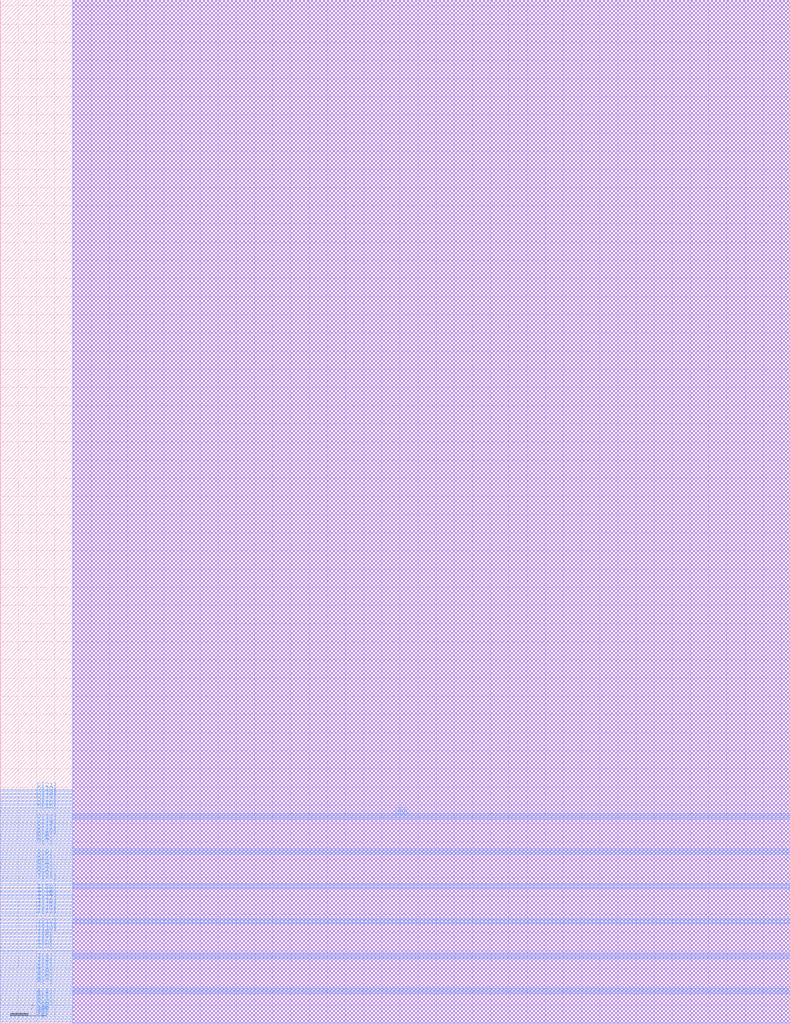
<source format=lef>
VERSION 5.6 ;
BUSBITCHARS "[]" ;
DIVIDERCHAR "/" ;

MACRO SRAM1RW128x22
  CLASS BLOCK ;
  ORIGIN 0 0 ;
  FOREIGN SRAM1RW128x22 0 0 ;
  SIZE 43.488 BY 56.336 ;
  SYMMETRY X Y ;
  SITE coreSite ;
  PIN VDD
    DIRECTION INOUT ;
    USE POWER ;
    PORT 
      LAYER M4 ;
        RECT 0.0 1.632 43.488 1.728 ;
        RECT 0.0 3.552 43.488 3.648 ;
        RECT 0.0 5.472 43.488 5.568 ;
        RECT 0.0 7.392 43.488 7.488 ;
        RECT 0.0 9.312 43.488 9.408 ;
        RECT 0.0 11.232 43.488 11.328 ;
    END 
  END VDD
  PIN VSS
    DIRECTION INOUT ;
    USE GROUND ;
    PORT 
      LAYER M4 ;
        RECT 0.0 1.824 43.488 1.92 ;
        RECT 0.0 3.744 43.488 3.84 ;
        RECT 0.0 5.664 43.488 5.76 ;
        RECT 0.0 7.584 43.488 7.68 ;
        RECT 0.0 9.504 43.488 9.6 ;
        RECT 0.0 11.424 43.488 11.52 ;
    END 
  END VSS
  PIN CE
    DIRECTION INPUT ;
    USE SIGNAL ;
    PORT 
      LAYER M4 ;
        RECT 0.0 0.096 4.0 0.192 ;
    END 
  END CE
  PIN WEB
    DIRECTION INPUT ;
    USE SIGNAL ;
    PORT 
      LAYER M4 ;
        RECT 0.0 0.288 4.0 0.384 ;
    END 
  END WEB
  PIN OEB
    DIRECTION INPUT ;
    USE SIGNAL ;
    PORT 
      LAYER M4 ;
        RECT 0.0 0.48 4.0 0.576 ;
    END 
  END OEB
  PIN CSB
    DIRECTION INPUT ;
    USE SIGNAL ;
    PORT 
      LAYER M4 ;
        RECT 0.0 0.672 4.0 0.768 ;
    END 
  END CSB
  PIN A[0]
    DIRECTION INPUT ;
    USE SIGNAL ;
    PORT 
      LAYER M4 ;
        RECT 0.0 0.864 4.0 0.96 ;
    END 
  END A[0]
  PIN A[1]
    DIRECTION INPUT ;
    USE SIGNAL ;
    PORT 
      LAYER M4 ;
        RECT 0.0 1.056 4.0 1.152 ;
    END 
  END A[1]
  PIN A[2]
    DIRECTION INPUT ;
    USE SIGNAL ;
    PORT 
      LAYER M4 ;
        RECT 0.0 1.248 4.0 1.344 ;
    END 
  END A[2]
  PIN A[3]
    DIRECTION INPUT ;
    USE SIGNAL ;
    PORT 
      LAYER M4 ;
        RECT 0.0 1.44 4.0 1.536 ;
    END 
  END A[3]
  PIN A[4]
    DIRECTION INPUT ;
    USE SIGNAL ;
    PORT 
      LAYER M4 ;
        RECT 0.0 2.016 4.0 2.112 ;
    END 
  END A[4]
  PIN A[5]
    DIRECTION INPUT ;
    USE SIGNAL ;
    PORT 
      LAYER M4 ;
        RECT 0.0 2.208 4.0 2.304 ;
    END 
  END A[5]
  PIN A[6]
    DIRECTION INPUT ;
    USE SIGNAL ;
    PORT 
      LAYER M4 ;
        RECT 0.0 2.4 4.0 2.496 ;
    END 
  END A[6]
  PIN I[0]
    DIRECTION INPUT ;
    USE SIGNAL ;
    PORT 
      LAYER M4 ;
        RECT 0.0 2.592 4.0 2.688 ;
    END 
  END I[0]
  PIN I[1]
    DIRECTION INPUT ;
    USE SIGNAL ;
    PORT 
      LAYER M4 ;
        RECT 0.0 2.784 4.0 2.88 ;
    END 
  END I[1]
  PIN I[2]
    DIRECTION INPUT ;
    USE SIGNAL ;
    PORT 
      LAYER M4 ;
        RECT 0.0 2.976 4.0 3.072 ;
    END 
  END I[2]
  PIN I[3]
    DIRECTION INPUT ;
    USE SIGNAL ;
    PORT 
      LAYER M4 ;
        RECT 0.0 3.168 4.0 3.264 ;
    END 
  END I[3]
  PIN I[4]
    DIRECTION INPUT ;
    USE SIGNAL ;
    PORT 
      LAYER M4 ;
        RECT 0.0 3.36 4.0 3.456 ;
    END 
  END I[4]
  PIN I[5]
    DIRECTION INPUT ;
    USE SIGNAL ;
    PORT 
      LAYER M4 ;
        RECT 0.0 3.936 4.0 4.032 ;
    END 
  END I[5]
  PIN I[6]
    DIRECTION INPUT ;
    USE SIGNAL ;
    PORT 
      LAYER M4 ;
        RECT 0.0 4.128 4.0 4.224 ;
    END 
  END I[6]
  PIN I[7]
    DIRECTION INPUT ;
    USE SIGNAL ;
    PORT 
      LAYER M4 ;
        RECT 0.0 4.32 4.0 4.416 ;
    END 
  END I[7]
  PIN I[8]
    DIRECTION INPUT ;
    USE SIGNAL ;
    PORT 
      LAYER M4 ;
        RECT 0.0 4.512 4.0 4.608 ;
    END 
  END I[8]
  PIN I[9]
    DIRECTION INPUT ;
    USE SIGNAL ;
    PORT 
      LAYER M4 ;
        RECT 0.0 4.704 4.0 4.8 ;
    END 
  END I[9]
  PIN I[10]
    DIRECTION INPUT ;
    USE SIGNAL ;
    PORT 
      LAYER M4 ;
        RECT 0.0 4.896 4.0 4.992 ;
    END 
  END I[10]
  PIN I[11]
    DIRECTION INPUT ;
    USE SIGNAL ;
    PORT 
      LAYER M4 ;
        RECT 0.0 5.088 4.0 5.184 ;
    END 
  END I[11]
  PIN I[12]
    DIRECTION INPUT ;
    USE SIGNAL ;
    PORT 
      LAYER M4 ;
        RECT 0.0 5.28 4.0 5.376 ;
    END 
  END I[12]
  PIN I[13]
    DIRECTION INPUT ;
    USE SIGNAL ;
    PORT 
      LAYER M4 ;
        RECT 0.0 5.856 4.0 5.952 ;
    END 
  END I[13]
  PIN I[14]
    DIRECTION INPUT ;
    USE SIGNAL ;
    PORT 
      LAYER M4 ;
        RECT 0.0 6.048 4.0 6.144 ;
    END 
  END I[14]
  PIN I[15]
    DIRECTION INPUT ;
    USE SIGNAL ;
    PORT 
      LAYER M4 ;
        RECT 0.0 6.24 4.0 6.336 ;
    END 
  END I[15]
  PIN I[16]
    DIRECTION INPUT ;
    USE SIGNAL ;
    PORT 
      LAYER M4 ;
        RECT 0.0 6.432 4.0 6.528 ;
    END 
  END I[16]
  PIN I[17]
    DIRECTION INPUT ;
    USE SIGNAL ;
    PORT 
      LAYER M4 ;
        RECT 0.0 6.624 4.0 6.72 ;
    END 
  END I[17]
  PIN I[18]
    DIRECTION INPUT ;
    USE SIGNAL ;
    PORT 
      LAYER M4 ;
        RECT 0.0 6.816 4.0 6.912 ;
    END 
  END I[18]
  PIN I[19]
    DIRECTION INPUT ;
    USE SIGNAL ;
    PORT 
      LAYER M4 ;
        RECT 0.0 7.008 4.0 7.104 ;
    END 
  END I[19]
  PIN I[20]
    DIRECTION INPUT ;
    USE SIGNAL ;
    PORT 
      LAYER M4 ;
        RECT 0.0 7.2 4.0 7.296 ;
    END 
  END I[20]
  PIN I[21]
    DIRECTION INPUT ;
    USE SIGNAL ;
    PORT 
      LAYER M4 ;
        RECT 0.0 7.776 4.0 7.872 ;
    END 
  END I[21]
  PIN O[0]
    DIRECTION OUTPUT ;
    USE SIGNAL ;
    PORT 
      LAYER M4 ;
        RECT 0.0 7.968 4.0 8.064 ;
    END 
  END O[0]
  PIN O[1]
    DIRECTION OUTPUT ;
    USE SIGNAL ;
    PORT 
      LAYER M4 ;
        RECT 0.0 8.16 4.0 8.256 ;
    END 
  END O[1]
  PIN O[2]
    DIRECTION OUTPUT ;
    USE SIGNAL ;
    PORT 
      LAYER M4 ;
        RECT 0.0 8.352 4.0 8.448 ;
    END 
  END O[2]
  PIN O[3]
    DIRECTION OUTPUT ;
    USE SIGNAL ;
    PORT 
      LAYER M4 ;
        RECT 0.0 8.544 4.0 8.64 ;
    END 
  END O[3]
  PIN O[4]
    DIRECTION OUTPUT ;
    USE SIGNAL ;
    PORT 
      LAYER M4 ;
        RECT 0.0 8.736 4.0 8.832 ;
    END 
  END O[4]
  PIN O[5]
    DIRECTION OUTPUT ;
    USE SIGNAL ;
    PORT 
      LAYER M4 ;
        RECT 0.0 8.928 4.0 9.024 ;
    END 
  END O[5]
  PIN O[6]
    DIRECTION OUTPUT ;
    USE SIGNAL ;
    PORT 
      LAYER M4 ;
        RECT 0.0 9.12 4.0 9.216 ;
    END 
  END O[6]
  PIN O[7]
    DIRECTION OUTPUT ;
    USE SIGNAL ;
    PORT 
      LAYER M4 ;
        RECT 0.0 9.696 4.0 9.792 ;
    END 
  END O[7]
  PIN O[8]
    DIRECTION OUTPUT ;
    USE SIGNAL ;
    PORT 
      LAYER M4 ;
        RECT 0.0 9.888 4.0 9.984 ;
    END 
  END O[8]
  PIN O[9]
    DIRECTION OUTPUT ;
    USE SIGNAL ;
    PORT 
      LAYER M4 ;
        RECT 0.0 10.08 4.0 10.176 ;
    END 
  END O[9]
  PIN O[10]
    DIRECTION OUTPUT ;
    USE SIGNAL ;
    PORT 
      LAYER M4 ;
        RECT 0.0 10.272 4.0 10.368 ;
    END 
  END O[10]
  PIN O[11]
    DIRECTION OUTPUT ;
    USE SIGNAL ;
    PORT 
      LAYER M4 ;
        RECT 0.0 10.464 4.0 10.56 ;
    END 
  END O[11]
  PIN O[12]
    DIRECTION OUTPUT ;
    USE SIGNAL ;
    PORT 
      LAYER M4 ;
        RECT 0.0 10.656 4.0 10.752 ;
    END 
  END O[12]
  PIN O[13]
    DIRECTION OUTPUT ;
    USE SIGNAL ;
    PORT 
      LAYER M4 ;
        RECT 0.0 10.848 4.0 10.944 ;
    END 
  END O[13]
  PIN O[14]
    DIRECTION OUTPUT ;
    USE SIGNAL ;
    PORT 
      LAYER M4 ;
        RECT 0.0 11.04 4.0 11.136 ;
    END 
  END O[14]
  PIN O[15]
    DIRECTION OUTPUT ;
    USE SIGNAL ;
    PORT 
      LAYER M4 ;
        RECT 0.0 11.616 4.0 11.712 ;
    END 
  END O[15]
  PIN O[16]
    DIRECTION OUTPUT ;
    USE SIGNAL ;
    PORT 
      LAYER M4 ;
        RECT 0.0 11.808 4.0 11.904 ;
    END 
  END O[16]
  PIN O[17]
    DIRECTION OUTPUT ;
    USE SIGNAL ;
    PORT 
      LAYER M4 ;
        RECT 0.0 12.0 4.0 12.096 ;
    END 
  END O[17]
  PIN O[18]
    DIRECTION OUTPUT ;
    USE SIGNAL ;
    PORT 
      LAYER M4 ;
        RECT 0.0 12.192 4.0 12.288 ;
    END 
  END O[18]
  PIN O[19]
    DIRECTION OUTPUT ;
    USE SIGNAL ;
    PORT 
      LAYER M4 ;
        RECT 0.0 12.384 4.0 12.48 ;
    END 
  END O[19]
  PIN O[20]
    DIRECTION OUTPUT ;
    USE SIGNAL ;
    PORT 
      LAYER M4 ;
        RECT 0.0 12.576 4.0 12.672 ;
    END 
  END O[20]
  PIN O[21]
    DIRECTION OUTPUT ;
    USE SIGNAL ;
    PORT 
      LAYER M4 ;
        RECT 0.0 12.768 4.0 12.864 ;
    END 
  END O[21]
  OBS 
    LAYER M1 ;
      RECT 4.0 0.0 43.488 56.336 ;
    LAYER M2 ;
      RECT 4.0 0.0 43.488 56.336 ;
    LAYER M3 ;
      RECT 4.0 0.0 43.488 56.336 ;
  END 
END SRAM1RW128x22

END LIBRARY
</source>
